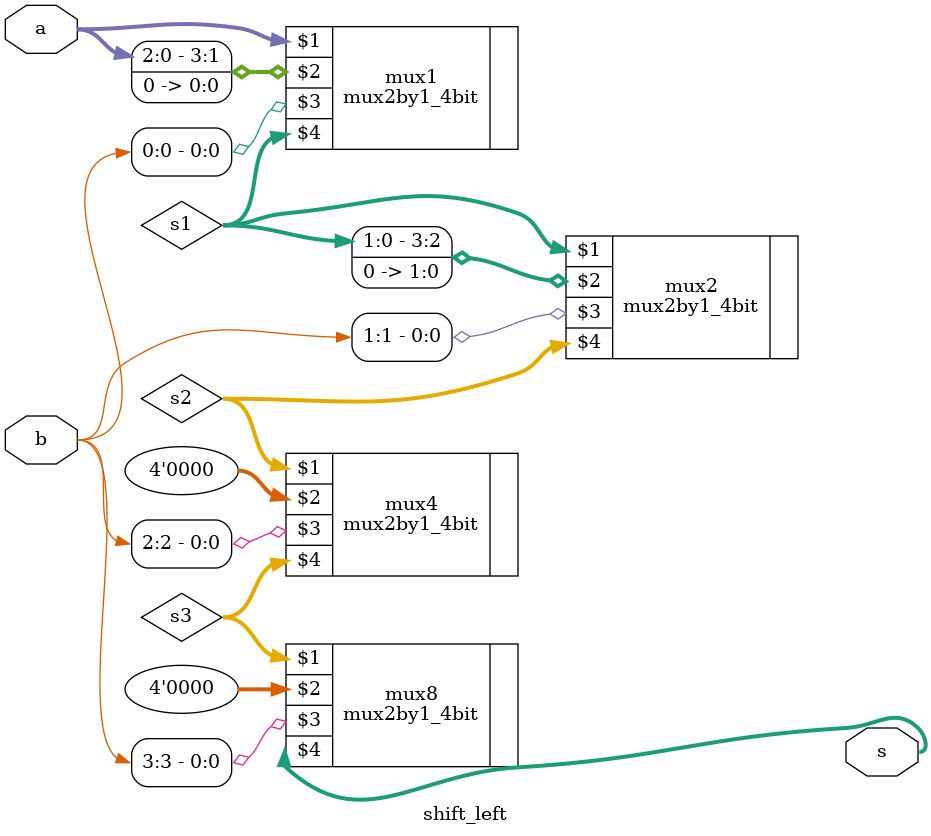
<source format=sv>
module shift_left(a,b,s);
   input logic [3:0] a;
   input logic [3:0] b;

   output logic [3:0] s;
 
   wire logic [3:0] s1, s2, s3;

   
   mux2by1_4bit mux1(a,   {a[2:0],1'b0},  b[0], s1);
   mux2by1_4bit mux2(s1,  {s1[1:0],2'b0}, b[1], s2);
   mux2by1_4bit mux4(s2,  4'b0, b[2],  s3);
   mux2by1_4bit mux8(s3,  4'b0, b[3],  s);
endmodule

</source>
